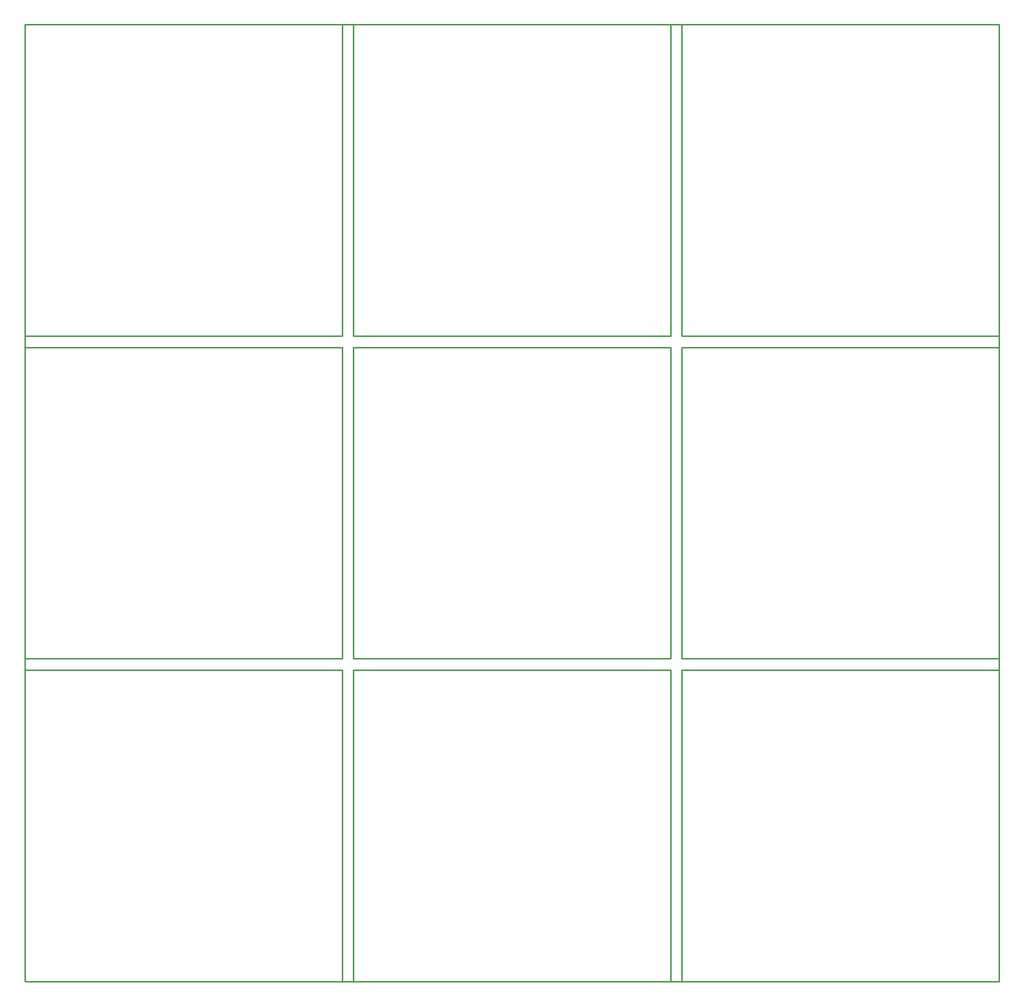
<source format=gbr>
%TF.GenerationSoftware,Altium Limited,Altium Designer,21.6.1 (37)*%
G04 Layer_Color=32768*
%FSLAX43Y43*%
%MOMM*%
%TF.SameCoordinates,8D5B277E-474B-43DD-86F4-B2073A371E15*%
%TF.FilePolarity,Positive*%
%TF.FileFunction,Other,Board_Outline_(ES)*%
%TF.Part,CustomerPanel*%
G01*
G75*
%TA.AperFunction,NonConductor*%
%ADD25C,0.254*%
D25*
X0Y0D02*
X172000D01*
X0Y169000D02*
X172000D01*
Y0D02*
Y169000D01*
X0Y0D02*
Y169000D01*
X116000Y114000D02*
X172000D01*
X116000Y169000D02*
X172000D01*
Y114000D02*
Y169000D01*
X116000Y114000D02*
Y169000D01*
X116000Y57000D02*
X172000D01*
X116000Y112000D02*
X172000D01*
Y57000D02*
Y112000D01*
X116000Y57000D02*
Y112000D01*
X116000Y0D02*
X172000D01*
X116000Y55000D02*
X172000D01*
Y0D02*
Y55000D01*
X116000Y0D02*
Y55000D01*
X58000Y114000D02*
X114000D01*
X58000Y169000D02*
X114000D01*
Y114000D02*
Y169000D01*
X58000Y114000D02*
Y169000D01*
Y57000D02*
X114000D01*
X58000Y112000D02*
X114000D01*
Y57000D02*
Y112000D01*
X58000Y57000D02*
Y112000D01*
Y0D02*
X114000D01*
X58000Y55000D02*
X114000D01*
Y0D02*
Y55000D01*
X58000Y0D02*
Y55000D01*
X0Y114000D02*
X56000D01*
X0Y169000D02*
X56000D01*
Y114000D02*
Y169000D01*
X0Y114000D02*
Y169000D01*
Y57000D02*
X56000D01*
X0Y112000D02*
X56000D01*
Y57000D02*
Y112000D01*
X0Y57000D02*
Y112000D01*
Y0D02*
X56000D01*
X0Y55000D02*
X56000D01*
Y0D02*
Y55000D01*
X0Y0D02*
Y55000D01*
%TF.MD5,46e93b5bdbfad5ea5f4ecef2720e0ce7*%
M02*

</source>
